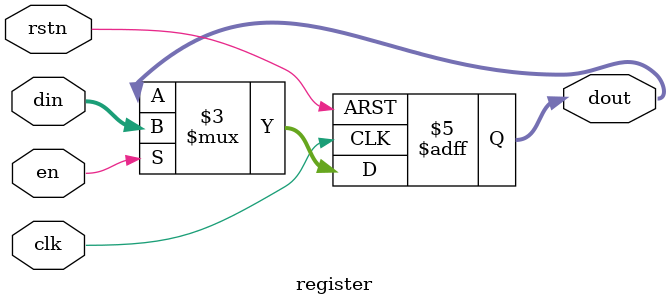
<source format=v>

module register(clk,en,rstn,din,dout);
parameter DATA_WIDTH   = 8;
input [DATA_WIDTH -1:0] din;
output reg [DATA_WIDTH -1:0] dout;
input en,clk,rstn;
always@(posedge clk or negedge rstn)
begin
if(!rstn)
begin
dout<=0;
end
else if(en)
begin
dout<=din;
end
end
endmodule
</source>
